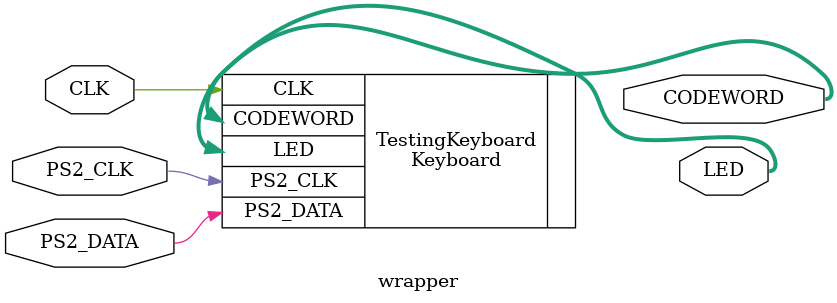
<source format=v>
`timescale 1ns / 1ps
module wrapper(
	input CLK,		//board clock signal
	input PS2_CLK,		//keyboard clock signal
	input PS2_DATA,		//keyboard data signal
	output [7:0] LED,	//8 output LEDs
	output [7:0] CODEWORD	//8 output LEDs
    );
Keyboard TestingKeyboard (
							.CLK(CLK),
							.PS2_CLK(PS2_CLK), 
							.PS2_DATA(PS2_DATA),
							.LED(LED),
							.CODEWORD(CODEWORD)
							);

endmodule

</source>
